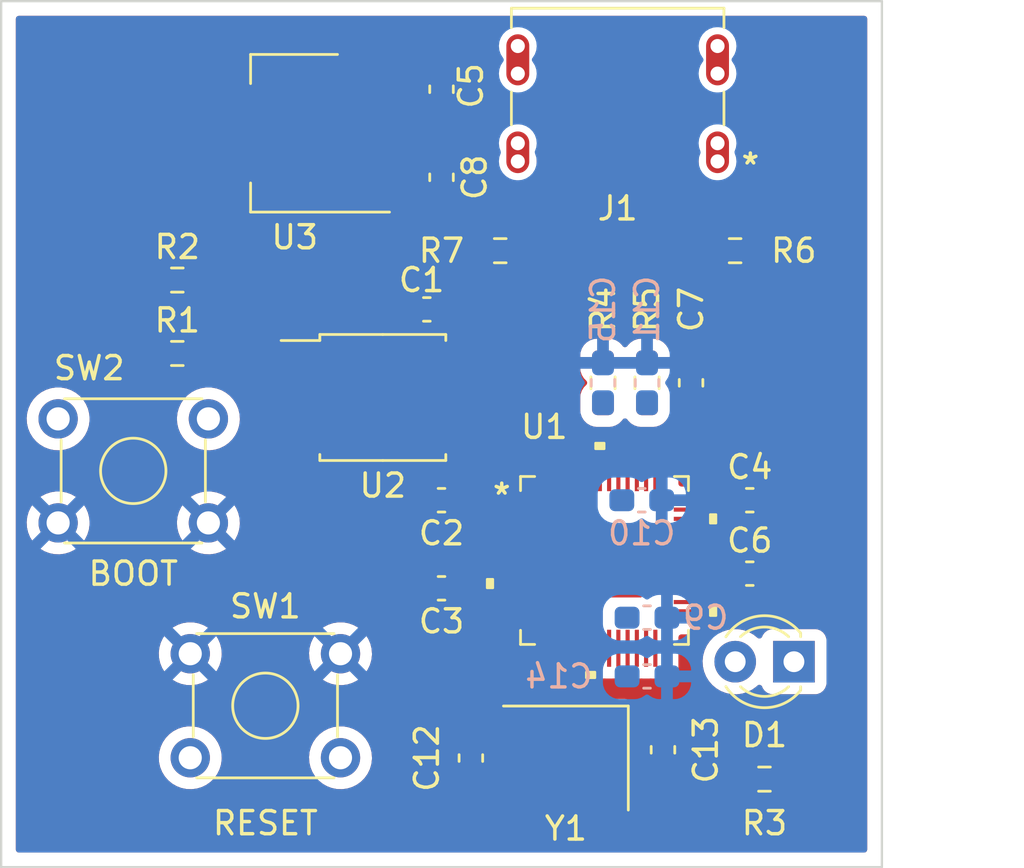
<source format=kicad_pcb>
(kicad_pcb (version 20211014) (generator pcbnew)
  (layers (0 "F.Cu" signal) (31 "B.Cu" signal) (34 "B.Paste" user) (35 "F.Paste" user) (36 "B.SilkS" user "B.Silkscreen") (37 "F.SilkS" user "F.Silkscreen") (38 "B.Mask" user) (39 "F.Mask" user) (44 "Edge.Cuts" user))
  (net 0 "")
  (net 1 "+3V3")
  (net 2 "GND")
  (net 3 "VBUS")
  (net 4 "+1V1")
  (net 5 "Net-(C12-Pad2)")
  (net 6 "Net-(C13-Pad2)")
  (net 7 "Net-(D1-Pad1)")
  (net 8 "Net-(D1-Pad2)")
  (net 9 "Net-(J1-PadA5)")
  (net 10 "/USB_DP")
  (net 11 "/USB_DN")
  (net 13 "Net-(J1-PadB5)")
  (net 14 "/DN")
  (net 16 "Net-(R1-Pad1)")
  (net 17 "/QSPI_SS")
  (net 18 "Net-(R4-Pad1)")
  (net 19 "Net-(R5-Pad1)")
  (net 20 "Net-(SW1-Pad3)")
  (net 21 "/QSPI_SD1")
  (net 22 "/QSPI_SD2")
  (net 23 "/QSPI_SD0")
  (net 24 "/QSPI_SCLK")
  (net 25 "/QSPI_SD3")
  (footprint "Capacitor_SMD:C_0603_1608Metric_Pad1.08x0.95mm_HandSolder" (layer "F.Cu") (at 158.115 104.14 180)
    (fp_text reference "C1" (at 0.2275 1.27) (layer "F.SilkS"))
    (fp_text value "0.1u")
    (fp_line (start -0.146267 -0.51) (end 0.146267 -0.51) (layer "F.SilkS") (width 0.12))
    (fp_line (start -0.146267 0.51) (end 0.146267 0.51) (layer "F.SilkS") (width 0.12))
    (pad "1" smd roundrect (at -0.8625 0 180) (size 1.075 0.95) (layers "F.Cu" "F.Paste" "F.Mask") (net 1 "+3V3"))
    (pad "2" smd roundrect (at 0.8625 0 180) (size 1.075 0.95) (layers "F.Cu" "F.Paste" "F.Mask") (net 2 "GND"))
  )
  (footprint "Resistor_SMD:R_0603_1608Metric_Pad0.98x0.95mm_HandSolder" (layer "F.Cu") (at 171.45 101.6)
    (fp_text reference "R6" (at 2.54 0) (layer "F.SilkS"))
    (fp_text value "51")
    (fp_line (start -0.254724 0.5225) (end 0.254724 0.5225) (layer "F.SilkS") (width 0.12))
    (fp_line (start -0.254724 -0.5225) (end 0.254724 -0.5225) (layer "F.SilkS") (width 0.12))
    (pad "1" smd roundrect (at -0.9125 0) (size 0.975 0.95) (layers "F.Cu" "F.Paste" "F.Mask") (net 9 "Net-(J1-PadA5)"))
    (pad "2" smd roundrect (at 0.9125 0) (size 0.975 0.95) (layers "F.Cu" "F.Paste" "F.Mask") (net 2 "GND"))
  )
  (footprint "Resistor_SMD:R_0603_1608Metric_Pad0.98x0.95mm_HandSolder" (layer "F.Cu") (at 147.32 106.045)
    (fp_text reference "R1" (at 0 -1.43) (layer "F.SilkS"))
    (fp_text value "1k")
    (fp_line (start -0.254724 0.5225) (end 0.254724 0.5225) (layer "F.SilkS") (width 0.12))
    (fp_line (start -0.254724 -0.5225) (end 0.254724 -0.5225) (layer "F.SilkS") (width 0.12))
    (pad "1" smd roundrect (at -0.9125 0) (size 0.975 0.95) (layers "F.Cu" "F.Paste" "F.Mask") (net 16 "Net-(R1-Pad1)"))
    (pad "2" smd roundrect (at 0.9125 0) (size 0.975 0.95) (layers "F.Cu" "F.Paste" "F.Mask") (net 17 "/QSPI_SS"))
  )
  (footprint "Capacitor_SMD:C_0603_1608Metric_Pad1.08x0.95mm_HandSolder" (layer "F.Cu") (at 158.75 94.615 90)
    (fp_text reference "C5" (at 0.146267 1.27 90) (layer "F.SilkS"))
    (fp_text value "10u")
    (fp_line (start -0.146267 -0.51) (end 0.146267 -0.51) (layer "F.SilkS") (width 0.12))
    (fp_line (start -0.146267 0.51) (end 0.146267 0.51) (layer "F.SilkS") (width 0.12))
    (pad "1" smd roundrect (at -0.8625 0 90) (size 1.075 0.95) (layers "F.Cu" "F.Paste" "F.Mask") (net 3 "VBUS"))
    (pad "2" smd roundrect (at 0.8625 0 90) (size 1.075 0.95) (layers "F.Cu" "F.Paste" "F.Mask") (net 2 "GND"))
  )
  (footprint "Button_Switch_THT:SW_TH_Tactile_Omron_B3F-10xx" (layer "F.Cu") (at 148.665 113.375 180)
    (fp_text reference "SW2" (at 5.155 6.695) (layer "F.SilkS"))
    (fp_text value "SW_MEC_5E")
    (fp_line (start 0.28 5.37) (end 6.22 5.37) (layer "F.SilkS") (width 0.12))
    (fp_line (start 6.37 0.91) (end 6.37 3.59) (layer "F.SilkS") (width 0.12))
    (fp_line (start 0.28 -0.87) (end 6.22 -0.87) (layer "F.SilkS") (width 0.12))
    (fp_line (start 0.13 3.59) (end 0.13 0.91) (layer "F.SilkS") (width 0.12))
    (fp_circle (center 3.25 2.25) (end 4.25 3.25) (layer "F.SilkS") (width 0.12) (fill none))
    (pad "1" thru_hole circle (at 0 0 180) (size 1.7 1.7) (drill 1) (layers *.Cu *.Mask) (net 2 "GND"))
    (pad "2" thru_hole circle (at 6.5 0 180) (size 1.7 1.7) (drill 1) (layers *.Cu *.Mask) (net 2 "GND"))
    (pad "3" thru_hole circle (at 0 4.5 180) (size 1.7 1.7) (drill 1) (layers *.Cu *.Mask) (net 16 "Net-(R1-Pad1)"))
    (pad "4" thru_hole circle (at 6.5 4.5 180) (size 1.7 1.7) (drill 1) (layers *.Cu *.Mask) (net 16 "Net-(R1-Pad1)"))
  )
  (footprint "Capacitor_SMD:C_0603_1608Metric_Pad1.08x0.95mm_HandSolder" (layer "F.Cu") (at 169.545 107.315 90)
    (fp_text reference "C7" (at 3.175 0 90) (layer "F.SilkS"))
    (fp_text value "10u")
    (fp_line (start -0.146267 -0.51) (end 0.146267 -0.51) (layer "F.SilkS") (width 0.12))
    (fp_line (start -0.146267 0.51) (end 0.146267 0.51) (layer "F.SilkS") (width 0.12))
    (pad "1" smd roundrect (at -0.8625 0 90) (size 1.075 0.95) (layers "F.Cu" "F.Paste" "F.Mask") (net 1 "+3V3"))
    (pad "2" smd roundrect (at 0.8625 0 90) (size 1.075 0.95) (layers "F.Cu" "F.Paste" "F.Mask") (net 2 "GND"))
  )
  (footprint "Button_Switch_THT:SW_TH_Tactile_Omron_B3F-10xx" (layer "F.Cu") (at 147.88 119.035)
    (fp_text reference "SW1" (at 3.25 -2.05) (layer "F.SilkS"))
    (fp_text value "SW_MEC_5E")
    (fp_line (start 0.13 3.59) (end 0.13 0.91) (layer "F.SilkS") (width 0.12))
    (fp_line (start 6.37 0.91) (end 6.37 3.59) (layer "F.SilkS") (width 0.12))
    (fp_line (start 0.28 -0.87) (end 6.22 -0.87) (layer "F.SilkS") (width 0.12))
    (fp_line (start 0.28 5.37) (end 6.22 5.37) (layer "F.SilkS") (width 0.12))
    (fp_circle (center 3.25 2.25) (end 4.25 3.25) (layer "F.SilkS") (width 0.12) (fill none))
    (pad "1" thru_hole circle (at 0 0) (size 1.7 1.7) (drill 1) (layers *.Cu *.Mask) (net 2 "GND"))
    (pad "2" thru_hole circle (at 6.5 0) (size 1.7 1.7) (drill 1) (layers *.Cu *.Mask) (net 2 "GND"))
    (pad "3" thru_hole circle (at 0 4.5) (size 1.7 1.7) (drill 1) (layers *.Cu *.Mask) (net 20 "Net-(SW1-Pad3)"))
    (pad "4" thru_hole circle (at 6.5 4.5) (size 1.7 1.7) (drill 1) (layers *.Cu *.Mask) (net 20 "Net-(SW1-Pad3)"))
  )
  (footprint "Local:RP2040" (layer "F.Cu") (at 165.799999 114.999999)
    (fp_text reference "U1" (at -2.605 -5.78) (layer "F.SilkS"))
    (fp_text value "IC57_RP2040" hide)
    (fp_text user "*" (at -4.445 -2.8) (layer "F.SilkS"))
    (fp_line (start -3.6322 -3.6322) (end -3.6322 -3.02164) (layer "F.SilkS") (width 0.12))
    (fp_line (start -3.6322 3.02164) (end -3.6322 3.6322) (layer "F.SilkS") (width 0.12))
    (fp_line (start 3.6322 -3.6322) (end 3.02164 -3.6322) (layer "F.SilkS") (width 0.12))
    (fp_line (start 3.02164 3.6322) (end 3.6322 3.6322) (layer "F.SilkS") (width 0.12))
    (fp_line (start -3.02164 -3.6322) (end -3.6322 -3.6322) (layer "F.SilkS") (width 0.12))
    (fp_line (start -3.6322 3.6322) (end -3.02164 3.6322) (layer "F.SilkS") (width 0.12))
    (fp_line (start 3.6322 -3.02164) (end 3.6322 -3.6322) (layer "F.SilkS") (width 0.12))
    (fp_line (start 3.6322 3.6322) (end 3.6322 3.02164) (layer "F.SilkS") (width 0.12))
    (fp_poly (pts (xy -5.08 0.809501) (xy -5.08 1.190501) (xy -4.826 1.190501) (xy -4.826 0.809501)) (layer "F.SilkS") (width 0.1) (fill solid))
    (fp_poly (pts (xy 4.826 -1.990499) (xy 4.826 -1.609499) (xy 4.572 -1.609499) (xy 4.572 -1.990499)) (layer "F.SilkS") (width 0.1) (fill solid))
    (fp_poly (pts (xy -0.3905 -4.826) (xy -0.3905 -5.08) (xy -0.0095 -5.08) (xy -0.0095 -4.826)) (layer "F.SilkS") (width 0.1) (fill solid))
    (fp_poly (pts (xy -0.790499 4.826) (xy -0.790499 5.08) (xy -0.409499 5.08) (xy -0.409499 4.826)) (layer "F.SilkS") (width 0.1) (fill solid))
    (fp_poly (pts (xy 4.826 2.009501) (xy 4.826 2.390501) (xy 4.572 2.390501) (xy 4.572 2.009501)) (layer "F.SilkS") (width 0.1) (fill solid))
    (pad "1" smd rect (at -3.7986 -2.6 90) (size 0.1778 1.6028) (layers "F.Cu" "F.Paste" "F.Mask") (net 1 "+3V3"))
    (pad "2" smd rect (at -3.7986 -2.200001 90) (size 0.1778 1.6028) (layers "F.Cu" "F.Paste" "F.Mask"))
    (pad "3" smd rect (at -3.7986 -1.799999 90) (size 0.1778 1.6028) (layers "F.Cu" "F.Paste" "F.Mask"))
    (pad "4" smd rect (at -3.7986 -1.4 90) (size 0.1778 1.6028) (layers "F.Cu" "F.Paste" "F.Mask"))
    (pad "5" smd rect (at -3.7986 -1.000001 90) (size 0.1778 1.6028) (layers "F.Cu" "F.Paste" "F.Mask"))
    (pad "6" smd rect (at -3.7986 -0.599999 90) (size 0.1778 1.6028) (layers "F.Cu" "F.Paste" "F.Mask"))
    (pad "7" smd rect (at -3.7986 -0.2 90) (size 0.1778 1.6028) (layers "F.Cu" "F.Paste" "F.Mask"))
    (pad "8" smd rect (at -3.7986 0.2 90) (size 0.1778 1.6028) (layers "F.Cu" "F.Paste" "F.Mask"))
    (pad "9" smd rect (at -3.7986 0.599999 90) (size 0.1778 1.6028) (layers "F.Cu" "F.Paste" "F.Mask"))
    (pad "10" smd rect (at -3.7986 1.000001 90) (size 0.1778 1.6028) (layers "F.Cu" "F.Paste" "F.Mask") (net 1 "+3V3"))
    (pad "11" smd rect (at -3.7986 1.4 90) (size 0.1778 1.6028) (layers "F.Cu" "F.Paste" "F.Mask"))
    (pad "12" smd rect (at -3.7986 1.799999 90) (size 0.1778 1.6028) (layers "F.Cu" "F.Paste" "F.Mask"))
    (pad "13" smd rect (at -3.7986 2.200001 90) (size 0.1778 1.6028) (layers "F.Cu" "F.Paste" "F.Mask"))
    (pad "14" smd rect (at -3.7986 2.6 90) (size 0.1778 1.6028) (layers "F.Cu" "F.Paste" "F.Mask"))
    (pad "15" smd rect (at -2.6 3.7986) (size 0.1778 1.6028) (layers "F.Cu" "F.Paste" "F.Mask"))
    (pad "16" smd rect (at -2.200001 3.7986) (size 0.1778 1.6028) (layers "F.Cu" "F.Paste" "F.Mask"))
    (pad "17" smd rect (at -1.799999 3.7986) (size 0.1778 1.6028) (layers "F.Cu" "F.Paste" "F.Mask"))
    (pad "18" smd rect (at -1.4 3.7986) (size 0.1778 1.6028) (layers "F.Cu" "F.Paste" "F.Mask"))
    (pad "19" smd rect (at -1.000001 3.7986) (size 0.1778 1.6028) (layers "F.Cu" "F.Paste" "F.Mask") (net 2 "GND"))
    (pad "20" smd rect (at -0.599999 3.7986) (size 0.1778 1.6028) (layers "F.Cu" "F.Paste" "F.Mask") (net 5 "Net-(C12-Pad2)"))
    (pad "21" smd rect (at -0.2 3.7986) (size 0.1778 1.6028) (layers "F.Cu" "F.Paste" "F.Mask") (net 6 "Net-(C13-Pad2)"))
    (pad "22" smd rect (at 0.2 3.7986) (size 0.1778 1.6028) (layers "F.Cu" "F.Paste" "F.Mask") (net 1 "+3V3"))
    (pad "23" smd rect (at 0.599999 3.7986) (size 0.1778 1.6028) (layers "F.Cu" "F.Paste" "F.Mask") (net 4 "+1V1"))
    (pad "24" smd rect (at 1.000001 3.7986) (size 0.1778 1.6028) (layers "F.Cu" "F.Paste" "F.Mask"))
    (pad "25" smd rect (at 1.4 3.7986) (size 0.1778 1.6028) (layers "F.Cu" "F.Paste" "F.Mask"))
    (pad "26" smd rect (at 1.799999 3.7986) (size 0.1778 1.6028) (layers "F.Cu" "F.Paste" "F.Mask") (net 20 "Net-(SW1-Pad3)"))
    (pad "27" smd rect (at 2.200001 3.7986) (size 0.1778 1.6028) (layers "F.Cu" "F.Paste" "F.Mask"))
    (pad "28" smd rect (at 2.6 3.7986) (size 0.1778 1.6028) (layers "F.Cu" "F.Paste" "F.Mask"))
    (pad "29" smd rect (at 3.6986 2.6 90) (size 0.1778 1.4028) (layers "F.Cu" "F.Paste" "F.Mask"))
    (pad "30" smd rect (at 3.6986 2.200001 90) (size 0.1778 1.4028) (layers "F.Cu" "F.Paste" "F.Mask"))
    (pad "31" smd rect (at 3.6986 1.799998 90) (size 0.177798 1.4028) (layers "F.Cu" "F.Paste" "F.Mask"))
    (pad "32" smd rect (at 3.6986 1.4 90) (size 0.1778 1.4028) (layers "F.Cu" "F.Paste" "F.Mask"))
    (pad "33" smd rect (at 3.6986 1 90) (size 0.177798 1.4028) (layers "F.Cu" "F.Paste" "F.Mask") (net 1 "+3V3"))
    (pad "34" smd rect (at 3.6986 0.599999 90) (size 0.1778 1.4028) (layers "F.Cu" "F.Paste" "F.Mask"))
    (pad "35" smd rect (at 3.6986 0.2 90) (size 0.1778 1.4028) (layers "F.Cu" "F.Paste" "F.Mask"))
    (pad "36" smd rect (at 3.6986 -0.2 90) (size 0.1778 1.4028) (layers "F.Cu" "F.Paste" "F.Mask"))
    (pad "37" smd rect (at 3.6986 -0.599999 90) (size 0.1778 1.4028) (layers "F.Cu" "F.Paste" "F.Mask") (net 8 "Net-(D1-Pad2)"))
    (pad "38" smd rect (at 3.6986 -1.000001 90) (size 0.1778 1.4028) (layers "F.Cu" "F.Paste" "F.Mask"))
    (pad "39" smd rect (at 3.6986 -1.4 90) (size 0.1778 1.4028) (layers "F.Cu" "F.Paste" "F.Mask"))
    (pad "40" smd rect (at 3.6986 -1.799999 90) (size 0.1778 1.4028) (layers "F.Cu" "F.Paste" "F.Mask"))
    (pad "41" smd rect (at 3.6986 -2.200001 90) (size 0.1778 1.4028) (layers "F.Cu" "F.Paste" "F.Mask"))
    (pad "42" smd rect (at 3.6986 -2.6 90) (size 0.1778 1.4028) (layers "F.Cu" "F.Paste" "F.Mask") (net 1 "+3V3"))
    (pad "43" smd rect (at 2.6 -3.7986) (size 0.1778 1.6028) (layers "F.Cu" "F.Paste" "F.Mask") (net 1 "+3V3"))
    (pad "44" smd rect (at 2.200001 -3.7986) (size 0.1778 1.6028) (layers "F.Cu" "F.Paste" "F.Mask") (net 1 "+3V3"))
    (pad "45" smd rect (at 1.799999 -3.7986) (size 0.1778 1.6028) (layers "F.Cu" "F.Paste" "F.Mask") (net 4 "+1V1"))
    (pad "46" smd rect (at 1.4 -3.7986) (size 0.1778 1.6028) (layers "F.Cu" "F.Paste" "F.Mask") (net 19 "Net-(R5-Pad1)"))
    (pad "47" smd rect (at 1.000001 -3.7986) (size 0.1778 1.6028) (layers "F.Cu" "F.Paste" "F.Mask") (net 18 "Net-(R4-Pad1)"))
    (pad "48" smd rect (at 0.599999 -3.7986) (size 0.1778 1.6028) (layers "F.Cu" "F.Paste" "F.Mask") (net 1 "+3V3"))
    (pad "49" smd rect (at 0.2 -3.7986) (size 0.1778 1.6028) (layers "F.Cu" "F.Paste" "F.Mask") (net 1 "+3V3"))
    (pad "50" smd rect (at -0.2 -3.7986) (size 0.1778 1.6028) (layers "F.Cu" "F.Paste" "F.Mask") (net 4 "+1V1"))
    (pad "51" smd rect (at -0.599999 -3.7986) (size 0.1778 1.6028) (layers "F.Cu" "F.Paste" "F.Mask") (net 25 "/QSPI_SD3"))
    (pad "52" smd rect (at -1.000001 -3.7986) (size 0.1778 1.6028) (layers "F.Cu" "F.Paste" "F.Mask") (net 24 "/QSPI_SCLK"))
    (pad "53" smd rect (at -1.4 -3.7986) (size 0.1778 1.6028) (layers "F.Cu" "F.Paste" "F.Mask") (net 23 "/QSPI_SD0"))
    (pad "54" smd rect (at -1.799998 -3.7986) (size 0.177798 1.6028) (layers "F.Cu" "F.Paste" "F.Mask") (net 22 "/QSPI_SD2"))
    (pad "55" smd rect (at -2.200001 -3.7986) (size 0.1778 1.6028) (layers "F.Cu" "F.Paste" "F.Mask") (net 21 "/QSPI_SD1"))
    (pad "56" smd rect (at -2.6 -3.7986) (size 0.1778 1.6028) (layers "F.Cu" "F.Paste" "F.Mask") (net 17 "/QSPI_SS"))
    (pad "57" smd rect (at 0 0) (size 3.2004 3.2004) (layers "F.Cu" "F.Mask") (net 2 "GND"))
  )
  (footprint "Capacitor_SMD:C_0603_1608Metric_Pad1.08x0.95mm_HandSolder" (layer "F.Cu") (at 158.75 116.205 180)
    (fp_text reference "C3" (at 0 -1.43) (layer "F.SilkS"))
    (fp_text value "0.1u")
    (fp_line (start -0.146267 -0.51) (end 0.146267 -0.51) (layer "F.SilkS") (width 0.12))
    (fp_line (start -0.146267 0.51) (end 0.146267 0.51) (layer "F.SilkS") (width 0.12))
    (pad "1" smd roundrect (at -0.8625 0 180) (size 1.075 0.95) (layers "F.Cu" "F.Paste" "F.Mask") (net 1 "+3V3"))
    (pad "2" smd roundrect (at 0.8625 0 180) (size 1.075 0.95) (layers "F.Cu" "F.Paste" "F.Mask") (net 2 "GND"))
  )
  (footprint "Capacitor_SMD:C_0603_1608Metric_Pad1.08x0.95mm_HandSolder" (layer "F.Cu") (at 168.33 123.19 90)
    (fp_text reference "C13" (at 0 1.85 90) (layer "F.SilkS"))
    (fp_text value "12p")
    (fp_line (start -0.146267 0.51) (end 0.146267 0.51) (layer "F.SilkS") (width 0.12))
    (fp_line (start -0.146267 -0.51) (end 0.146267 -0.51) (layer "F.SilkS") (width 0.12))
    (pad "1" smd roundrect (at -0.8625 0 90) (size 1.075 0.95) (layers "F.Cu" "F.Paste" "F.Mask") (net 2 "GND"))
    (pad "2" smd roundrect (at 0.8625 0 90) (size 1.075 0.95) (layers "F.Cu" "F.Paste" "F.Mask") (net 6 "Net-(C13-Pad2)"))
  )
  (footprint "Resistor_SMD:R_0603_1608Metric_Pad0.98x0.95mm_HandSolder" (layer "F.Cu") (at 147.32 102.87)
    (fp_text reference "R2" (at 0 -1.43) (layer "F.SilkS"))
    (fp_text value "10k")
    (fp_line (start -0.254724 -0.5225) (end 0.254724 -0.5225) (layer "F.SilkS") (width 0.12))
    (fp_line (start -0.254724 0.5225) (end 0.254724 0.5225) (layer "F.SilkS") (width 0.12))
    (pad "1" smd roundrect (at -0.9125 0) (size 0.975 0.95) (layers "F.Cu" "F.Paste" "F.Mask") (net 1 "+3V3"))
    (pad "2" smd roundrect (at 0.9125 0) (size 0.975 0.95) (layers "F.Cu" "F.Paste" "F.Mask") (net 17 "/QSPI_SS"))
  )
  (footprint "Capacitor_SMD:C_0603_1608Metric_Pad1.08x0.95mm_HandSolder" (layer "F.Cu") (at 158.75 112.395 180)
    (fp_text reference "C2" (at 0 -1.43) (layer "F.SilkS"))
    (fp_text value "0.1u")
    (fp_line (start -0.146267 -0.51) (end 0.146267 -0.51) (layer "F.SilkS") (width 0.12))
    (fp_line (start -0.146267 0.51) (end 0.146267 0.51) (layer "F.SilkS") (width 0.12))
    (pad "1" smd roundrect (at -0.8625 0 180) (size 1.075 0.95) (layers "F.Cu" "F.Paste" "F.Mask") (net 1 "+3V3"))
    (pad "2" smd roundrect (at 0.8625 0 180) (size 1.075 0.95) (layers "F.Cu" "F.Paste" "F.Mask") (net 2 "GND"))
  )
  (footprint "LED_THT:LED_D3.0mm" (layer "F.Cu") (at 173.995 119.38 180)
    (fp_text reference "D1" (at 1.275 -3.175) (layer "F.SilkS"))
    (fp_text value "LED")
    (fp_line (start -0.29 1.08) (end -0.29 1.236) (layer "F.SilkS") (width 0.12))
    (fp_line (start -0.29 -1.236) (end -0.29 -1.08) (layer "F.SilkS") (width 0.12))
    (fp_arc (start 0.229039 -1.08) (mid 1.270117 -1.5) (end 2.31113 -1.079837) (layer "F.SilkS") (width 0.12))
    (fp_arc (start 2.942335 1.078608) (mid 1.366487 1.987659) (end -0.29 1.235516) (layer "F.SilkS") (width 0.12))
    (fp_arc (start -0.29 -1.235516) (mid 1.366487 -1.987659) (end 2.942335 -1.078608) (layer "F.SilkS") (width 0.12))
    (fp_arc (start 2.31113 1.079837) (mid 1.270117 1.5) (end 0.229039 1.08) (layer "F.SilkS") (width 0.12))
    (pad "1" thru_hole rect (at 0 0 180) (size 1.8 1.8) (drill 0.9) (layers *.Cu *.Mask) (net 7 "Net-(D1-Pad1)"))
    (pad "2" thru_hole circle (at 2.54 0 180) (size 1.8 1.8) (drill 0.9) (layers *.Cu *.Mask) (net 8 "Net-(D1-Pad2)"))
  )
  (footprint "Resistor_SMD:R_0603_1608Metric_Pad0.98x0.95mm_HandSolder" (layer "F.Cu") (at 161.29 101.6 180)
    (fp_text reference "R7" (at 2.54 0) (layer "F.SilkS"))
    (fp_text value "51")
    (fp_line (start -0.254724 0.5225) (end 0.254724 0.5225) (layer "F.SilkS") (width 0.12))
    (fp_line (start -0.254724 -0.5225) (end 0.254724 -0.5225) (layer "F.SilkS") (width 0.12))
    (pad "1" smd roundrect (at -0.9125 0 180) (size 0.975 0.95) (layers "F.Cu" "F.Paste" "F.Mask") (net 13 "Net-(J1-PadB5)"))
    (pad "2" smd roundrect (at 0.9125 0 180) (size 0.975 0.95) (layers "F.Cu" "F.Paste" "F.Mask") (net 2 "GND"))
  )
  (footprint "Package_TO_SOT_SMD:SOT-223-3_TabPin2" (layer "F.Cu") (at 152.4 96.52 180)
    (fp_text reference "U3" (at 0 -4.5) (layer "F.SilkS"))
    (fp_text value "NCP1117-3.3_SOT223")
    (fp_line (start 1.91 3.41) (end 1.91 2.15) (layer "F.SilkS") (width 0.12))
    (fp_line (start -1.85 3.41) (end 1.91 3.41) (layer "F.SilkS") (width 0.12))
    (fp_line (start 1.91 -3.41) (end 1.91 -2.15) (layer "F.SilkS") (width 0.12))
    (fp_line (start -4.1 -3.41) (end 1.91 -3.41) (layer "F.SilkS") (width 0.12))
    (pad "1" smd rect (at -3.15 -2.3 180) (size 2 1.5) (layers "F.Cu" "F.Paste" "F.Mask") (net 2 "GND"))
    (pad "2" smd rect (at 3.15 0 180) (size 2 3.8) (layers "F.Cu" "F.Paste" "F.Mask") (net 1 "+3V3"))
    (pad "2" smd rect (at -3.15 0 180) (size 2 1.5) (layers "F.Cu" "F.Paste" "F.Mask") (net 1 "+3V3"))
    (pad "3" smd rect (at -3.15 2.3 180) (size 2 1.5) (layers "F.Cu" "F.Paste" "F.Mask") (net 3 "VBUS"))
  )
  (footprint "Crystal:Crystal_SMD_3225-4Pin_3.2x2.5mm_HandSoldering" (layer "F.Cu") (at 164.13 123.5475 180)
    (fp_text reference "Y1" (at 0 -3.05) (layer "F.SilkS"))
    (fp_text value "12MHz")
    (fp_line (start -2.7 -2.25) (end -2.7 2.25) (layer "F.SilkS") (width 0.12))
    (fp_line (start -2.7 2.25) (end 2.7 2.25) (layer "F.SilkS") (width 0.12))
    (pad "1" smd rect (at -1.45 1.15 180) (size 2.1 1.8) (layers "F.Cu" "F.Paste" "F.Mask") (net 6 "Net-(C13-Pad2)"))
    (pad "2" smd rect (at 1.45 1.15 180) (size 2.1 1.8) (layers "F.Cu" "F.Paste" "F.Mask") (net 2 "GND"))
    (pad "3" smd rect (at 1.45 -1.15 180) (size 2.1 1.8) (layers "F.Cu" "F.Paste" "F.Mask") (net 5 "Net-(C12-Pad2)"))
    (pad "4" smd rect (at -1.45 -1.15 180) (size 2.1 1.8) (layers "F.Cu" "F.Paste" "F.Mask") (net 2 "GND"))
  )
  (footprint "Capacitor_SMD:C_0603_1608Metric_Pad1.08x0.95mm_HandSolder" (layer "F.Cu") (at 160.02 123.5475 -90)
    (fp_text reference "C12" (at 0 1.905 90) (layer "F.SilkS"))
    (fp_text value "12p")
    (fp_line (start -0.146267 0.51) (end 0.146267 0.51) (layer "F.SilkS") (width 0.12))
    (fp_line (start -0.146267 -0.51) (end 0.146267 -0.51) (layer "F.SilkS") (width 0.12))
    (pad "1" smd roundrect (at -0.8625 0 270) (size 1.075 0.95) (layers "F.Cu" "F.Paste" "F.Mask") (net 2 "GND"))
    (pad "2" smd roundrect (at 0.8625 0 270) (size 1.075 0.95) (layers "F.Cu" "F.Paste" "F.Mask") (net 5 "Net-(C12-Pad2)"))
  )
  (footprint "Resistor_SMD:R_0603_1608Metric_Pad0.98x0.95mm_HandSolder" (layer "F.Cu") (at 165.735 107.315 90)
    (fp_text reference "R4" (at 3.175 0 90) (layer "F.SilkS"))
    (fp_text value "27.4")
    (fp_line (start -0.254724 0.5225) (end 0.254724 0.5225) (layer "F.SilkS") (width 0.12))
    (fp_line (start -0.254724 -0.5225) (end 0.254724 -0.5225) (layer "F.SilkS") (width 0.12))
    (pad "1" smd roundrect (at -0.9125 0 90) (size 0.975 0.95) (layers "F.Cu" "F.Paste" "F.Mask") (net 18 "Net-(R4-Pad1)"))
    (pad "2" smd roundrect (at 0.9125 0 90) (size 0.975 0.95) (layers "F.Cu" "F.Paste" "F.Mask") (net 10 "/USB_DP"))
  )
  (footprint "Resistor_SMD:R_0603_1608Metric_Pad0.98x0.95mm_HandSolder" (layer "F.Cu") (at 172.72 124.46 180)
    (fp_text reference "R3" (at 0 -1.905) (layer "F.SilkS"))
    (fp_text value "1k")
    (fp_line (start -0.254724 -0.5225) (end 0.254724 -0.5225) (layer "F.SilkS") (width 0.12))
    (fp_line (start -0.254724 0.5225) (end 0.254724 0.5225) (layer "F.SilkS") (width 0.12))
    (pad "1" smd roundrect (at -0.9125 0 180) (size 0.975 0.95) (layers "F.Cu" "F.Paste" "F.Mask") (net 7 "Net-(D1-Pad1)"))
    (pad "2" smd roundrect (at 0.9125 0 180) (size 0.975 0.95) (layers "F.Cu" "F.Paste" "F.Mask") (net 2 "GND"))
  )
  (footprint "Local:2171790001" (layer "F.Cu") (at 166.37 94.615 180)
    (fp_text reference "J1" (at 0 -5.156) (layer "F.SilkS"))
    (fp_text value "USB Type-C receptacle" hide)
    (fp_text user "*" (at -5.740001 -3.3032 180) (layer "F.SilkS"))
    (fp_line (start -4.5974 3.5052) (end 4.5974 3.5052) (layer "F.SilkS") (width 0.12))
    (fp_line (start -4.5974 -1.541608) (end -4.5974 -0.117991) (layer "F.SilkS") (width 0.12))
    (fp_line (start 4.5974 -0.117991) (end 4.5974 -1.541608) (layer "F.SilkS") (width 0.12))
    (fp_line (start 4.5974 3.5052) (end 4.5974 2.661593) (layer "F.SilkS") (width 0.12))
    (fp_line (start -4.5974 2.661593) (end -4.5974 3.5052) (layer "F.SilkS") (width 0.12))
    (pad "" np_thru_hole circle (at 4.32 1.868701 180) (size 0.6096 0.6096) (drill 0.6096) (layers *.Cu *.Mask))
    (pad "" np_thru_hole circle (at -4.32 0.674901 180) (size 0.6096 0.6096) (drill 0.6096) (layers *.Cu *.Mask))
    (pad "" np_thru_hole circle (at -4.32 1.868701 180) (size 0.6096 0.6096) (drill 0.6096) (layers *.Cu *.Mask))
    (pad "" np_thru_hole circle (at -4.32 -3.1219 180) (size 0.6096 0.6096) (drill 0.6096) (layers *.Cu *.Mask))
    (pad "" np_thru_hole circle (at 4.32 -2.3345 180) (size 0.6096 0.6096) (drill 0.6096) (layers *.Cu *.Mask))
    (pad "" np_thru_hole circle (at 4.32 0.674901 180) (size 0.6096 0.6096) (drill 0.6096) (layers *.Cu *.Mask))
    (pad "" np_thru_hole circle (at 4.32 -3.1219 180) (size 0.6096 0.6096) (drill 0.6096) (layers *.Cu *.Mask))
    (pad "" np_thru_hole circle (at -4.32 -2.3345 180) (size 0.6096 0.6096) (drill 0.6096) (layers *.Cu *.Mask))
    (pad "13" smd oval (at -4.32 1.271801 180) (size 0.9906 2.2098) (layers "F.Cu" "F.Paste" "F.Mask"))
    (pad "14" smd oval (at 4.32 1.271801 180) (size 0.9906 2.2098) (layers "F.Cu" "F.Paste" "F.Mask"))
    (pad "15" smd oval (at -4.32 -2.7282 180) (size 0.9906 1.8034) (layers "F.Cu" "F.Paste" "F.Mask"))
    (pad "16" smd oval (at 4.32 -2.7282 180) (size 0.9906 1.8034) (layers "F.Cu" "F.Paste" "F.Mask"))
    (pad "A1/B12" smd rect (at -3.200001 -3.303199 180) (size 0.6096 1.143) (layers "F.Cu" "F.Paste" "F.Mask") (net 2 "GND"))
    (pad "A4/B9" smd rect (at -2.4 -3.303199 180) (size 0.6096 1.143) (layers "F.Cu" "F.Paste" "F.Mask") (net 3 "VBUS"))
    (pad "A5" smd rect (at -1.25 -3.303199 180) (size 0.3048 1.143) (layers "F.Cu" "F.Paste" "F.Mask") (net 9 "Net-(J1-PadA5)"))
    (pad "A6" smd rect (at -0.25 -3.303199 180) (size 0.3048 1.143) (layers "F.Cu" "F.Paste" "F.Mask") (net 10 "/USB_DP"))
    (pad "A7" smd rect (at 0.25 -3.303199 180) (size 0.3048 1.143) (layers "F.Cu" "F.Paste" "F.Mask") (net 11 "/USB_DN"))
    (pad "A8" smd rect (at 1.25 -3.303199 180) (size 0.3048 1.143) (layers "F.Cu" "F.Paste" "F.Mask"))
    (pad "B1/A12" smd rect (at 3.199999 -3.303199 180) (size 0.6096 1.143) (layers "F.Cu" "F.Paste" "F.Mask") (net 2 "GND"))
    (pad "B4/A9" smd rect (at 2.4 -3.303199 180) (size 0.6096 1.143) (layers "F.Cu" "F.Paste" "F.Mask") (net 3 "VBUS"))
    (pad "B5" smd rect (at 1.75006 -3.303199 180) (size 0.3048 1.143) (layers "F.Cu" "F.Paste" "F.Mask") (net 13 "Net-(J1-PadB5)"))
    (pad "B6" smd rect (at 0.750059 -3.303199 180) (size 0.3048 1.143) (layers "F.Cu" "F.Paste" "F.Mask") (net 10 "/USB_DP"))
    (pad "B7" smd rect (at -0.74994 -3.303199 180) (size 0.3048 1.143) (layers "F.Cu" "F.Paste" "F.Mask") (net 14 "/DN"))
    (pad "B8" smd rect (at -1.749941 -3.303199 180) (size 0.3048 1.143) (layers "F.Cu" "F.Paste" "F.Mask"))
  )
  (footprint "Capacitor_SMD:C_0603_1608Metric_Pad1.08x0.95mm_HandSolder" (layer "F.Cu") (at 172.085 112.395)
    (fp_text reference "C4" (at 0 -1.43) (layer "F.SilkS"))
    (fp_text value "0.1u")
    (fp_line (start -0.146267 0.51) (end 0.146267 0.51) (layer "F.SilkS") (width 0.12))
    (fp_line (start -0.146267 -0.51) (end 0.146267 -0.51) (layer "F.SilkS") (width 0.12))
    (pad "1" smd roundrect (at -0.8625 0) (size 1.075 0.95) (layers "F.Cu" "F.Paste" "F.Mask") (net 1 "+3V3"))
    (pad "2" smd roundrect (at 0.8625 0) (size 1.075 0.95) (layers "F.Cu" "F.Paste" "F.Mask") (net 2 "GND"))
  )
  (footprint "Capacitor_SMD:C_0603_1608Metric_Pad1.08x0.95mm_HandSolder" (layer "F.Cu") (at 158.75 98.425 -90)
    (fp_text reference "C8" (at 0 -1.43 90) (layer "F.SilkS"))
    (fp_text value "10u")
    (fp_line (start -0.146267 -0.51) (end 0.146267 -0.51) (layer "F.SilkS") (width 0.12))
    (fp_line (start -0.146267 0.51) (end 0.146267 0.51) (layer "F.SilkS") (width 0.12))
    (pad "1" smd roundrect (at -0.8625 0 270) (size 1.075 0.95) (layers "F.Cu" "F.Paste" "F.Mask") (net 1 "+3V3"))
    (pad "2" smd roundrect (at 0.8625 0 270) (size 1.075 0.95) (layers "F.Cu" "F.Paste" "F.Mask") (net 2 "GND"))
  )
  (footprint "Package_SO:SOIC-8_5.23x5.23mm_P1.27mm" (layer "F.Cu") (at 156.21 107.95)
    (fp_text reference "U2" (at 0 3.81) (layer "F.SilkS"))
    (fp_text value "W25Q32JVSS")
    (fp_line (start -2.725 -2.725) (end -2.725 -2.465) (layer "F.SilkS") (width 0.12))
    (fp_line (start 0 -2.725) (end -2.725 -2.725) (layer "F.SilkS") (width 0.12))
    (fp_line (start 2.725 2.725) (end 2.725 2.465) (layer "F.SilkS") (width 0.12))
    (fp_line (start 2.725 -2.725) (end 2.725 -2.465) (layer "F.SilkS") (width 0.12))
    (fp_line (start -2.725 2.725) (end -2.725 2.465) (layer "F.SilkS") (width 0.12))
    (fp_line (start 0 2.725) (end -2.725 2.725) (layer "F.SilkS") (width 0.12))
    (fp_line (start -2.725 -2.465) (end -4.4 -2.465) (layer "F.SilkS") (width 0.12))
    (fp_line (start 0 -2.725) (end 2.725 -2.725) (layer "F.SilkS") (width 0.12))
    (fp_line (start 0 2.725) (end 2.725 2.725) (layer "F.SilkS") (width 0.12))
    (pad "1" smd roundrect (at -3.6 -1.905) (size 1.6 0.6) (layers "F.Cu" "F.Paste" "F.Mask") (net 17 "/QSPI_SS"))
    (pad "2" smd roundrect (at -3.6 -0.635) (size 1.6 0.6) (layers "F.Cu" "F.Paste" "F.Mask") (net 21 "/QSPI_SD1"))
    (pad "3" smd roundrect (at -3.6 0.635) (size 1.6 0.6) (layers "F.Cu" "F.Paste" "F.Mask") (net 22 "/QSPI_SD2"))
    (pad "4" smd roundrect (at -3.6 1.905) (size 1.6 0.6) (layers "F.Cu" "F.Paste" "F.Mask") (net 2 "GND"))
    (pad "5" smd roundrect (at 3.6 1.905) (size 1.6 0.6) (layers "F.Cu" "F.Paste" "F.Mask") (net 23 "/QSPI_SD0"))
    (pad "6" smd roundrect (at 3.6 0.635) (size 1.6 0.6) (layers "F.Cu" "F.Paste" "F.Mask") (net 24 "/QSPI_SCLK"))
    (pad "7" smd roundrect (at 3.6 -0.635) (size 1.6 0.6) (layers "F.Cu" "F.Paste" "F.Mask") (net 25 "/QSPI_SD3"))
    (pad "8" smd roundrect (at 3.6 -1.905) (size 1.6 0.6) (layers "F.Cu" "F.Paste" "F.Mask") (net 1 "+3V3"))
  )
  (footprint "Capacitor_SMD:C_0603_1608Metric_Pad1.08x0.95mm_HandSolder" (layer "F.Cu") (at 172.085 115.57)
    (fp_text reference "C6" (at 0 -1.43) (layer "F.SilkS"))
    (fp_text value "0.1u")
    (fp_line (start -0.146267 0.51) (end 0.146267 0.51) (layer "F.SilkS") (width 0.12))
    (fp_line (start -0.146267 -0.51) (end 0.146267 -0.51) (layer "F.SilkS") (width 0.12))
    (pad "1" smd roundrect (at -0.8625 0) (size 1.075 0.95) (layers "F.Cu" "F.Paste" "F.Mask") (net 1 "+3V3"))
    (pad "2" smd roundrect (at 0.8625 0) (size 1.075 0.95) (layers "F.Cu" "F.Paste" "F.Mask") (net 2 "GND"))
  )
  (footprint "Resistor_SMD:R_0603_1608Metric_Pad0.98x0.95mm_HandSolder" (layer "F.Cu") (at 167.64 107.315 90)
    (fp_text reference "R5" (at 3.175 0 90) (layer "F.SilkS"))
    (fp_text value "27.4")
    (fp_line (start -0.254724 -0.5225) (end 0.254724 -0.5225) (layer "F.SilkS") (width 0.12))
    (fp_line (start -0.254724 0.5225) (end 0.254724 0.5225) (layer "F.SilkS") (width 0.12))
    (pad "1" smd roundrect (at -0.9125 0 90) (size 0.975 0.95) (layers "F.Cu" "F.Paste" "F.Mask") (net 19 "Net-(R5-Pad1)"))
    (pad "2" smd roundrect (at 0.9125 0 90) (size 0.975 0.95) (layers "F.Cu" "F.Paste" "F.Mask") (net 11 "/USB_DN"))
  )
  (footprint "Capacitor_SMD:C_0603_1608Metric_Pad1.08x0.95mm_HandSolder" (layer "B.Cu") (at 167.64 120.015)
    (fp_text reference "C14" (at -3.81 0) (layer "B.SilkS") (effects (justify mirror)))
    (fp_text value "0.1u")
    (fp_line (start -0.146267 -0.51) (end 0.146267 -0.51) (layer "B.SilkS") (width 0.12))
    (fp_line (start -0.146267 0.51) (end 0.146267 0.51) (layer "B.SilkS") (width 0.12))
    (pad "1" smd roundrect (at -0.8625 0) (size 1.075 0.95) (layers "B.Cu" "B.Paste" "B.Mask") (net 1 "+3V3"))
    (pad "2" smd roundrect (at 0.8625 0) (size 1.075 0.95) (layers "B.Cu" "B.Paste" "B.Mask") (net 2 "GND"))
  )
  (footprint "Capacitor_SMD:C_0603_1608Metric_Pad1.08x0.95mm_HandSolder" (layer "B.Cu") (at 167.64 107.315 90)
    (fp_text reference "C11" (at 3.175 0 90) (layer "B.SilkS") (effects (justify mirror)))
    (fp_text value "10u")
    (fp_line (start -0.146267 0.51) (end 0.146267 0.51) (layer "B.SilkS") (width 0.12))
    (fp_line (start -0.146267 -0.51) (end 0.146267 -0.51) (layer "B.SilkS") (width 0.12))
    (pad "1" smd roundrect (at -0.8625 0 90) (size 1.075 0.95) (layers "B.Cu" "B.Paste" "B.Mask") (net 4 "+1V1"))
    (pad "2" smd roundrect (at 0.8625 0 90) (size 1.075 0.95) (layers "B.Cu" "B.Paste" "B.Mask") (net 2 "GND"))
  )
  (footprint "Capacitor_SMD:C_0603_1608Metric_Pad1.08x0.95mm_HandSolder" (layer "B.Cu") (at 165.735 107.315 90)
    (fp_text reference "C15" (at 3.175 0 90) (layer "B.SilkS") (effects (justify mirror)))
    (fp_text value "0.1u")
    (fp_line (start -0.146267 0.51) (end 0.146267 0.51) (layer "B.SilkS") (width 0.12))
    (fp_line (start -0.146267 -0.51) (end 0.146267 -0.51) (layer "B.SilkS") (width 0.12))
    (pad "1" smd roundrect (at -0.8625 0 90) (size 1.075 0.95) (layers "B.Cu" "B.Paste" "B.Mask") (net 1 "+3V3"))
    (pad "2" smd roundrect (at 0.8625 0 90) (size 1.075 0.95) (layers "B.Cu" "B.Paste" "B.Mask") (net 2 "GND"))
  )
  (footprint "Capacitor_SMD:C_0603_1608Metric_Pad1.08x0.95mm_HandSolder" (layer "B.Cu") (at 167.64 117.475)
    (fp_text reference "C9" (at 2.54 0) (layer "B.SilkS") (effects (justify mirror)))
    (fp_text value "0.1u")
    (fp_line (start -0.146267 0.51) (end 0.146267 0.51) (layer "B.SilkS") (width 0.12))
    (fp_line (start -0.146267 -0.51) (end 0.146267 -0.51) (layer "B.SilkS") (width 0.12))
    (pad "1" smd roundrect (at -0.8625 0) (size 1.075 0.95) (layers "B.Cu" "B.Paste" "B.Mask") (net 4 "+1V1"))
    (pad "2" smd roundrect (at 0.8625 0) (size 1.075 0.95) (layers "B.Cu" "B.Paste" "B.Mask") (net 2 "GND"))
  )
  (footprint "Capacitor_SMD:C_0603_1608Metric_Pad1.08x0.95mm_HandSolder" (layer "B.Cu") (at 167.4125 112.395)
    (fp_text reference "C10" (at 0 1.43) (layer "B.SilkS") (effects (justify mirror)))
    (fp_text value "0.1u")
    (fp_line (start -0.146267 0.51) (end 0.146267 0.51) (layer "B.SilkS") (width 0.12))
    (fp_line (start -0.146267 -0.51) (end 0.146267 -0.51) (layer "B.SilkS") (width 0.12))
    (pad "1" smd roundrect (at -0.8625 0) (size 1.075 0.95) (layers "B.Cu" "B.Paste" "B.Mask") (net 4 "+1V1"))
    (pad "2" smd roundrect (at 0.8625 0) (size 1.075 0.95) (layers "B.Cu" "B.Paste" "B.Mask") (net 2 "GND"))
  )
  (gr_line (start 139.7 90.805) (end 139.7 128.27) (layer "Edge.Cuts") (width 0.1))
  (gr_line (start 139.7 128.27) (end 177.8 128.27) (layer "Edge.Cuts") (width 0.1))
  (gr_line (start 177.8 90.805) (end 139.7 90.805) (layer "Edge.Cuts") (width 0.1))
  (gr_line (start 177.8 128.27) (end 177.8 90.805) (layer "Edge.Cuts") (width 0.1))
  (gr_text "BOOT" (at 145.415 115.57) (layer "F.SilkS") (effects (font (size 1 1))))
  (gr_text "RESET" (at 151.13 126.365) (layer "F.SilkS") (effects (font (size 1 1))))
  (zone (net 1) (net_name "+3V3") (layer "F.Cu") (connect_pads (clearance 0.508)) (min_thickness 0.254) (fill yes (thermal_gap 0.508) (thermal_bridge_width 0.508))
    (polygon (pts (xy 177.165 127.635) (xy 140.335 127.635) (xy 140.335 91.44) (xy 177.165 91.44)))
  )
  (zone (net 2) (net_name "GND") (layer "B.Cu") (connect_pads (clearance 0.508)) (min_thickness 0.254) (fill yes (thermal_gap 0.508) (thermal_bridge_width 0.508))
    (polygon (pts (xy 177.165 127.635) (xy 140.335 127.635) (xy 140.335 91.44) (xy 177.165 91.44)))
  )
)
</source>
